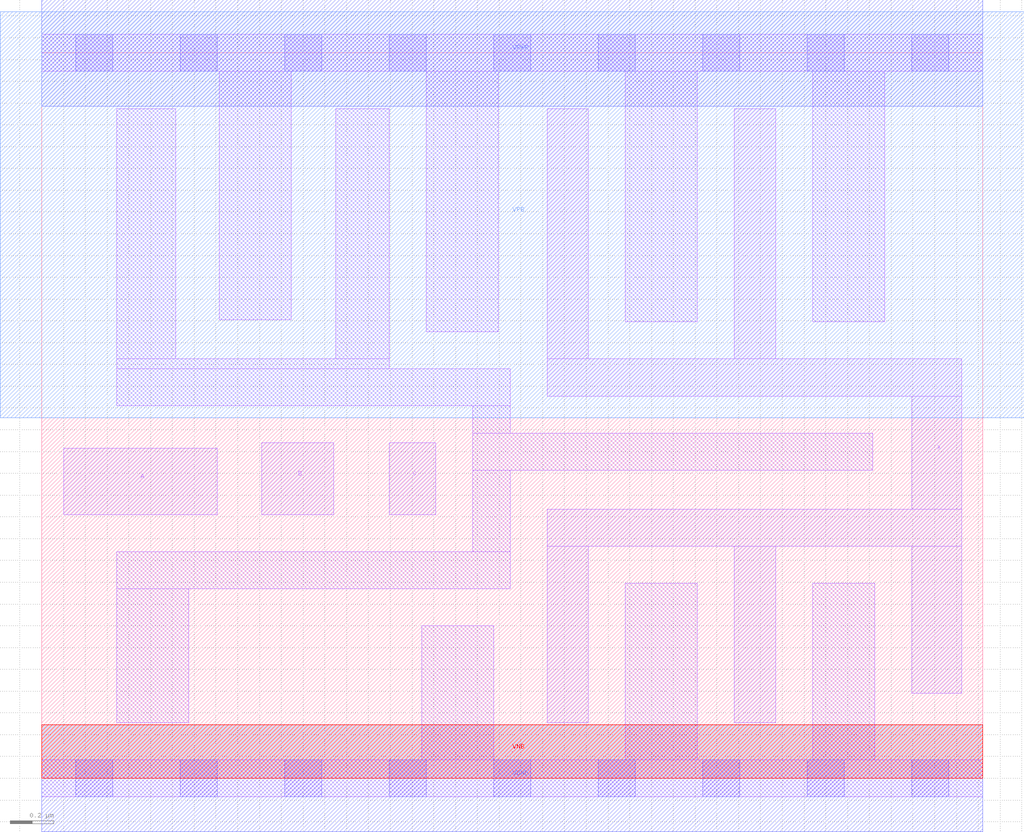
<source format=lef>
# Copyright 2020 The SkyWater PDK Authors
#
# Licensed under the Apache License, Version 2.0 (the "License");
# you may not use this file except in compliance with the License.
# You may obtain a copy of the License at
#
#     https://www.apache.org/licenses/LICENSE-2.0
#
# Unless required by applicable law or agreed to in writing, software
# distributed under the License is distributed on an "AS IS" BASIS,
# WITHOUT WARRANTIES OR CONDITIONS OF ANY KIND, either express or implied.
# See the License for the specific language governing permissions and
# limitations under the License.
#
# SPDX-License-Identifier: Apache-2.0

VERSION 5.7 ;
  NOWIREEXTENSIONATPIN ON ;
  DIVIDERCHAR "/" ;
  BUSBITCHARS "[]" ;
MACRO sky130_fd_sc_lp__and3_4
  CLASS CORE ;
  FOREIGN sky130_fd_sc_lp__and3_4 ;
  ORIGIN  0.000000  0.000000 ;
  SIZE  4.320000 BY  3.330000 ;
  SYMMETRY X Y R90 ;
  SITE unit ;
  PIN A
    ANTENNAGATEAREA  0.315000 ;
    DIRECTION INPUT ;
    USE SIGNAL ;
    PORT
      LAYER li1 ;
        RECT 0.100000 1.210000 0.805000 1.515000 ;
    END
  END A
  PIN B
    ANTENNAGATEAREA  0.315000 ;
    DIRECTION INPUT ;
    USE SIGNAL ;
    PORT
      LAYER li1 ;
        RECT 1.010000 1.210000 1.340000 1.540000 ;
    END
  END B
  PIN C
    ANTENNAGATEAREA  0.315000 ;
    DIRECTION INPUT ;
    USE SIGNAL ;
    PORT
      LAYER li1 ;
        RECT 1.595000 1.210000 1.810000 1.540000 ;
    END
  END C
  PIN X
    ANTENNADIFFAREA  1.176000 ;
    DIRECTION OUTPUT ;
    USE SIGNAL ;
    PORT
      LAYER li1 ;
        RECT 2.320000 0.255000 2.510000 1.065000 ;
        RECT 2.320000 1.065000 4.225000 1.235000 ;
        RECT 2.320000 1.755000 4.225000 1.925000 ;
        RECT 2.320000 1.925000 2.510000 3.075000 ;
        RECT 3.180000 0.255000 3.370000 1.065000 ;
        RECT 3.180000 1.925000 3.370000 3.075000 ;
        RECT 3.995000 0.390000 4.225000 1.065000 ;
        RECT 3.995000 1.235000 4.225000 1.755000 ;
    END
  END X
  PIN VGND
    DIRECTION INOUT ;
    USE GROUND ;
    PORT
      LAYER met1 ;
        RECT 0.000000 -0.245000 4.320000 0.245000 ;
    END
  END VGND
  PIN VNB
    DIRECTION INOUT ;
    USE GROUND ;
    PORT
      LAYER pwell ;
        RECT 0.000000 0.000000 4.320000 0.245000 ;
    END
  END VNB
  PIN VPB
    DIRECTION INOUT ;
    USE POWER ;
    PORT
      LAYER nwell ;
        RECT -0.190000 1.655000 4.510000 3.520000 ;
    END
  END VPB
  PIN VPWR
    DIRECTION INOUT ;
    USE POWER ;
    PORT
      LAYER met1 ;
        RECT 0.000000 3.085000 4.320000 3.575000 ;
    END
  END VPWR
  OBS
    LAYER li1 ;
      RECT 0.000000 -0.085000 4.320000 0.085000 ;
      RECT 0.000000  3.245000 4.320000 3.415000 ;
      RECT 0.345000  0.255000 0.675000 0.870000 ;
      RECT 0.345000  0.870000 2.150000 1.040000 ;
      RECT 0.345000  1.710000 2.150000 1.880000 ;
      RECT 0.345000  1.880000 1.595000 1.925000 ;
      RECT 0.345000  1.925000 0.615000 3.075000 ;
      RECT 0.815000  2.105000 1.145000 3.245000 ;
      RECT 1.350000  1.925000 1.595000 3.075000 ;
      RECT 1.745000  0.085000 2.075000 0.700000 ;
      RECT 1.765000  2.050000 2.095000 3.245000 ;
      RECT 1.980000  1.040000 2.150000 1.415000 ;
      RECT 1.980000  1.415000 3.815000 1.585000 ;
      RECT 1.980000  1.585000 2.150000 1.710000 ;
      RECT 2.680000  0.085000 3.010000 0.895000 ;
      RECT 2.680000  2.095000 3.010000 3.245000 ;
      RECT 3.540000  0.085000 3.825000 0.895000 ;
      RECT 3.540000  2.095000 3.870000 3.245000 ;
    LAYER mcon ;
      RECT 0.155000 -0.085000 0.325000 0.085000 ;
      RECT 0.155000  3.245000 0.325000 3.415000 ;
      RECT 0.635000 -0.085000 0.805000 0.085000 ;
      RECT 0.635000  3.245000 0.805000 3.415000 ;
      RECT 1.115000 -0.085000 1.285000 0.085000 ;
      RECT 1.115000  3.245000 1.285000 3.415000 ;
      RECT 1.595000 -0.085000 1.765000 0.085000 ;
      RECT 1.595000  3.245000 1.765000 3.415000 ;
      RECT 2.075000 -0.085000 2.245000 0.085000 ;
      RECT 2.075000  3.245000 2.245000 3.415000 ;
      RECT 2.555000 -0.085000 2.725000 0.085000 ;
      RECT 2.555000  3.245000 2.725000 3.415000 ;
      RECT 3.035000 -0.085000 3.205000 0.085000 ;
      RECT 3.035000  3.245000 3.205000 3.415000 ;
      RECT 3.515000 -0.085000 3.685000 0.085000 ;
      RECT 3.515000  3.245000 3.685000 3.415000 ;
      RECT 3.995000 -0.085000 4.165000 0.085000 ;
      RECT 3.995000  3.245000 4.165000 3.415000 ;
  END
END sky130_fd_sc_lp__and3_4
END LIBRARY

</source>
